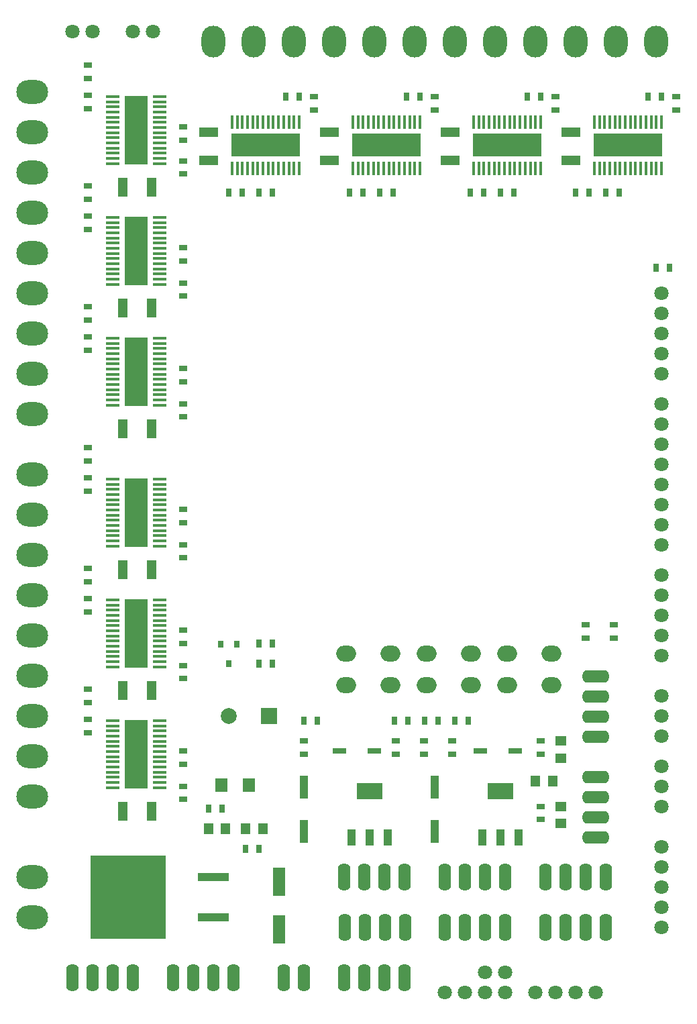
<source format=gbr>
%TF.GenerationSoftware,Altium Limited,Altium Designer,21.2.1 (34)*%
G04 Layer_Color=255*
%FSLAX25Y25*%
%MOIN*%
%TF.SameCoordinates,3D92BD4A-1653-4209-B07E-4AD3ED082CDC*%
%TF.FilePolarity,Positive*%
%TF.FileFunction,Pads,Top*%
%TF.Part,Single*%
G01*
G75*
%TA.AperFunction,SMDPad,CuDef*%
%ADD10R,0.11811X0.34252*%
%ADD11R,0.06693X0.01575*%
%ADD12R,0.34252X0.11811*%
%ADD13R,0.01575X0.06693*%
%ADD14R,0.03150X0.03937*%
%ADD15R,0.37402X0.41732*%
%ADD16R,0.15551X0.03937*%
%ADD17R,0.03150X0.03740*%
%ADD18R,0.03937X0.08465*%
%ADD19R,0.12992X0.08465*%
%ADD20R,0.03937X0.03150*%
%ADD21R,0.04500X0.05400*%
%ADD22R,0.06000X0.07000*%
%ADD23R,0.09449X0.04724*%
%ADD24R,0.04724X0.09449*%
%ADD25R,0.05400X0.04500*%
%ADD26R,0.05906X0.14173*%
%ADD27R,0.07087X0.03150*%
%ADD28R,0.03937X0.11811*%
%TA.AperFunction,ComponentPad*%
%ADD37O,0.06299X0.13780*%
%ADD38C,0.07087*%
%ADD39O,0.11811X0.15748*%
%ADD40O,0.09843X0.07874*%
%ADD41O,0.13780X0.06299*%
%ADD42O,0.15748X0.11811*%
%ADD43C,0.07874*%
%ADD44R,0.07874X0.07874*%
D10*
X81614Y130866D02*
D03*
Y190866D02*
D03*
Y250866D02*
D03*
Y320866D02*
D03*
Y380866D02*
D03*
Y440866D02*
D03*
D11*
X93228Y114232D02*
D03*
Y116791D02*
D03*
Y119350D02*
D03*
Y121909D02*
D03*
Y124469D02*
D03*
Y127028D02*
D03*
Y129587D02*
D03*
Y132146D02*
D03*
Y134705D02*
D03*
Y137264D02*
D03*
Y139823D02*
D03*
Y142382D02*
D03*
Y144941D02*
D03*
Y147500D02*
D03*
X70000Y114232D02*
D03*
Y116791D02*
D03*
Y119350D02*
D03*
Y121909D02*
D03*
Y124469D02*
D03*
Y127028D02*
D03*
Y129587D02*
D03*
Y132146D02*
D03*
Y134705D02*
D03*
Y137264D02*
D03*
Y139823D02*
D03*
Y142382D02*
D03*
Y144941D02*
D03*
Y147500D02*
D03*
Y207500D02*
D03*
Y204941D02*
D03*
Y202382D02*
D03*
Y199823D02*
D03*
Y197264D02*
D03*
Y194705D02*
D03*
Y192146D02*
D03*
Y189587D02*
D03*
Y187028D02*
D03*
Y184468D02*
D03*
Y181909D02*
D03*
Y179350D02*
D03*
Y176791D02*
D03*
Y174232D02*
D03*
X93228Y207500D02*
D03*
Y204941D02*
D03*
Y202382D02*
D03*
Y199823D02*
D03*
Y197264D02*
D03*
Y194705D02*
D03*
Y192146D02*
D03*
Y189587D02*
D03*
Y187028D02*
D03*
Y184468D02*
D03*
Y181909D02*
D03*
Y179350D02*
D03*
Y176791D02*
D03*
Y174232D02*
D03*
Y234232D02*
D03*
Y236791D02*
D03*
Y239350D02*
D03*
Y241910D02*
D03*
Y244468D02*
D03*
Y247028D02*
D03*
Y249587D02*
D03*
Y252146D02*
D03*
Y254705D02*
D03*
Y257264D02*
D03*
Y259823D02*
D03*
Y262382D02*
D03*
Y264941D02*
D03*
Y267500D02*
D03*
X70000Y234232D02*
D03*
Y236791D02*
D03*
Y239350D02*
D03*
Y241910D02*
D03*
Y244468D02*
D03*
Y247028D02*
D03*
Y249587D02*
D03*
Y252146D02*
D03*
Y254705D02*
D03*
Y257264D02*
D03*
Y259823D02*
D03*
Y262382D02*
D03*
Y264941D02*
D03*
Y267500D02*
D03*
Y337500D02*
D03*
Y334941D02*
D03*
Y332382D02*
D03*
Y329823D02*
D03*
Y327264D02*
D03*
Y324705D02*
D03*
Y322146D02*
D03*
Y319587D02*
D03*
Y317028D02*
D03*
Y314469D02*
D03*
Y311910D02*
D03*
Y309350D02*
D03*
Y306791D02*
D03*
Y304232D02*
D03*
X93228Y337500D02*
D03*
Y334941D02*
D03*
Y332382D02*
D03*
Y329823D02*
D03*
Y327264D02*
D03*
Y324705D02*
D03*
Y322146D02*
D03*
Y319587D02*
D03*
Y317028D02*
D03*
Y314469D02*
D03*
Y311910D02*
D03*
Y309350D02*
D03*
Y306791D02*
D03*
Y304232D02*
D03*
Y364232D02*
D03*
Y366791D02*
D03*
Y369350D02*
D03*
Y371909D02*
D03*
Y374468D02*
D03*
Y377028D02*
D03*
Y379587D02*
D03*
Y382146D02*
D03*
Y384705D02*
D03*
Y387264D02*
D03*
Y389823D02*
D03*
Y392382D02*
D03*
Y394941D02*
D03*
Y397500D02*
D03*
X70000Y364232D02*
D03*
Y366791D02*
D03*
Y369350D02*
D03*
Y371909D02*
D03*
Y374468D02*
D03*
Y377028D02*
D03*
Y379587D02*
D03*
Y382146D02*
D03*
Y384705D02*
D03*
Y387264D02*
D03*
Y389823D02*
D03*
Y392382D02*
D03*
Y394941D02*
D03*
Y397500D02*
D03*
Y457500D02*
D03*
Y454941D02*
D03*
Y452382D02*
D03*
Y449823D02*
D03*
Y447264D02*
D03*
Y444705D02*
D03*
Y442146D02*
D03*
Y439587D02*
D03*
Y437028D02*
D03*
Y434469D02*
D03*
Y431910D02*
D03*
Y429350D02*
D03*
Y426791D02*
D03*
Y424232D02*
D03*
X93228Y457500D02*
D03*
Y454941D02*
D03*
Y452382D02*
D03*
Y449823D02*
D03*
Y447264D02*
D03*
Y444705D02*
D03*
Y442146D02*
D03*
Y439587D02*
D03*
Y437028D02*
D03*
Y434469D02*
D03*
Y431910D02*
D03*
Y429350D02*
D03*
Y426791D02*
D03*
Y424232D02*
D03*
D12*
X145866Y433386D02*
D03*
X205866D02*
D03*
X265866D02*
D03*
X325866D02*
D03*
D13*
X129232Y421772D02*
D03*
X131791D02*
D03*
X134350D02*
D03*
X136909D02*
D03*
X139469D02*
D03*
X142028D02*
D03*
X144587D02*
D03*
X147146D02*
D03*
X149705D02*
D03*
X152264D02*
D03*
X154823D02*
D03*
X157382D02*
D03*
X159941D02*
D03*
X162500D02*
D03*
X129232Y445000D02*
D03*
X131791D02*
D03*
X134350D02*
D03*
X136909D02*
D03*
X139469D02*
D03*
X142028D02*
D03*
X144587D02*
D03*
X147146D02*
D03*
X149705D02*
D03*
X152264D02*
D03*
X154823D02*
D03*
X157382D02*
D03*
X159941D02*
D03*
X162500D02*
D03*
X222500D02*
D03*
X219941D02*
D03*
X217382D02*
D03*
X214823D02*
D03*
X212264D02*
D03*
X209705D02*
D03*
X207146D02*
D03*
X204587D02*
D03*
X202028D02*
D03*
X199469D02*
D03*
X196909D02*
D03*
X194350D02*
D03*
X191791D02*
D03*
X189232D02*
D03*
X222500Y421772D02*
D03*
X219941D02*
D03*
X217382D02*
D03*
X214823D02*
D03*
X212264D02*
D03*
X209705D02*
D03*
X207146D02*
D03*
X204587D02*
D03*
X202028D02*
D03*
X199469D02*
D03*
X196909D02*
D03*
X194350D02*
D03*
X191791D02*
D03*
X189232D02*
D03*
X249232D02*
D03*
X251791D02*
D03*
X254350D02*
D03*
X256909D02*
D03*
X259469D02*
D03*
X262028D02*
D03*
X264587D02*
D03*
X267146D02*
D03*
X269705D02*
D03*
X272264D02*
D03*
X274823D02*
D03*
X277382D02*
D03*
X279941D02*
D03*
X282500D02*
D03*
X249232Y445000D02*
D03*
X251791D02*
D03*
X254350D02*
D03*
X256909D02*
D03*
X259469D02*
D03*
X262028D02*
D03*
X264587D02*
D03*
X267146D02*
D03*
X269705D02*
D03*
X272264D02*
D03*
X274823D02*
D03*
X277382D02*
D03*
X279941D02*
D03*
X282500D02*
D03*
X342500D02*
D03*
X339941D02*
D03*
X337382D02*
D03*
X334823D02*
D03*
X332264D02*
D03*
X329705D02*
D03*
X327146D02*
D03*
X324587D02*
D03*
X322028D02*
D03*
X319468D02*
D03*
X316910D02*
D03*
X314350D02*
D03*
X311791D02*
D03*
X309232D02*
D03*
X342500Y421772D02*
D03*
X339941D02*
D03*
X337382D02*
D03*
X334823D02*
D03*
X332264D02*
D03*
X329705D02*
D03*
X327146D02*
D03*
X324587D02*
D03*
X322028D02*
D03*
X319468D02*
D03*
X316910D02*
D03*
X314350D02*
D03*
X311791D02*
D03*
X309232D02*
D03*
D14*
X262500Y410000D02*
D03*
X269094D02*
D03*
X315000D02*
D03*
X321594D02*
D03*
X306594D02*
D03*
X300000D02*
D03*
X247510Y410001D02*
D03*
X254105D02*
D03*
X187510D02*
D03*
X194105D02*
D03*
X127510D02*
D03*
X134105D02*
D03*
X240010Y147501D02*
D03*
X246605D02*
D03*
X225010D02*
D03*
X231605D02*
D03*
X210010D02*
D03*
X216605D02*
D03*
X149094Y186000D02*
D03*
X142500D02*
D03*
X165010Y147501D02*
D03*
X171605D02*
D03*
X142500Y176000D02*
D03*
X149094D02*
D03*
X340000Y372500D02*
D03*
X346594D02*
D03*
X209094Y410000D02*
D03*
X202500D02*
D03*
X149094D02*
D03*
X142500D02*
D03*
X342500Y457500D02*
D03*
X335906D02*
D03*
X282500D02*
D03*
X275906D02*
D03*
X222500D02*
D03*
X215906D02*
D03*
X162500D02*
D03*
X155906D02*
D03*
X142594Y84000D02*
D03*
X136000D02*
D03*
X124094Y104000D02*
D03*
X117500D02*
D03*
D15*
X77500Y60000D02*
D03*
D16*
X120000Y70000D02*
D03*
Y50000D02*
D03*
D17*
X131437Y185449D02*
D03*
X123563D02*
D03*
X127500Y176000D02*
D03*
D18*
X253445Y89469D02*
D03*
X262500D02*
D03*
X271555D02*
D03*
X188445D02*
D03*
X197500D02*
D03*
X206555D02*
D03*
D19*
X262500Y112500D02*
D03*
X197500D02*
D03*
D20*
X105000Y419063D02*
D03*
Y425657D02*
D03*
Y358406D02*
D03*
Y365000D02*
D03*
Y298406D02*
D03*
Y305000D02*
D03*
Y228406D02*
D03*
Y235000D02*
D03*
Y168406D02*
D03*
Y175000D02*
D03*
Y108406D02*
D03*
Y115000D02*
D03*
X319000Y188500D02*
D03*
Y195094D02*
D03*
X304961Y195039D02*
D03*
Y188444D02*
D03*
X238500Y130906D02*
D03*
Y137500D02*
D03*
X224500D02*
D03*
Y130906D02*
D03*
X210500D02*
D03*
Y137500D02*
D03*
X165000D02*
D03*
Y130906D02*
D03*
X350000Y457500D02*
D03*
Y450906D02*
D03*
X290000Y457500D02*
D03*
Y450906D02*
D03*
X230000Y457500D02*
D03*
Y450906D02*
D03*
X170000Y457500D02*
D03*
Y450906D02*
D03*
X104977Y442501D02*
D03*
Y435906D02*
D03*
Y382501D02*
D03*
Y375906D02*
D03*
Y322501D02*
D03*
Y315906D02*
D03*
X57500Y473157D02*
D03*
Y466563D02*
D03*
Y458157D02*
D03*
Y451563D02*
D03*
Y406563D02*
D03*
Y413157D02*
D03*
Y398157D02*
D03*
Y391563D02*
D03*
Y346563D02*
D03*
Y353157D02*
D03*
Y338157D02*
D03*
Y331563D02*
D03*
X104977Y252501D02*
D03*
Y245906D02*
D03*
X105000Y192500D02*
D03*
Y185906D02*
D03*
Y132500D02*
D03*
Y125906D02*
D03*
X57500Y283157D02*
D03*
Y276563D02*
D03*
Y268157D02*
D03*
Y261563D02*
D03*
Y216563D02*
D03*
Y223157D02*
D03*
Y208157D02*
D03*
Y201563D02*
D03*
Y156563D02*
D03*
Y163157D02*
D03*
Y141563D02*
D03*
Y148157D02*
D03*
X282500Y137500D02*
D03*
Y130906D02*
D03*
Y98406D02*
D03*
Y105000D02*
D03*
D21*
X280000Y117500D02*
D03*
X288500D02*
D03*
X144500Y94000D02*
D03*
X136000D02*
D03*
X126000D02*
D03*
X117500D02*
D03*
D22*
X124000Y115500D02*
D03*
X137500D02*
D03*
D23*
X297500Y440000D02*
D03*
Y425827D02*
D03*
X237500Y440000D02*
D03*
Y425827D02*
D03*
X177500Y440000D02*
D03*
Y425827D02*
D03*
X117500Y440000D02*
D03*
Y425827D02*
D03*
D24*
X75000Y412500D02*
D03*
X89173D02*
D03*
X75000Y352500D02*
D03*
X89173D02*
D03*
X75000Y292500D02*
D03*
X89173D02*
D03*
X75000Y102500D02*
D03*
X89173D02*
D03*
X75000Y162500D02*
D03*
X89173D02*
D03*
X75000Y222500D02*
D03*
X89173D02*
D03*
D25*
X292500Y137500D02*
D03*
Y129000D02*
D03*
Y96500D02*
D03*
Y105000D02*
D03*
D26*
X152500Y43878D02*
D03*
Y67500D02*
D03*
D27*
X270000Y132500D02*
D03*
X252677D02*
D03*
X182677D02*
D03*
X200000D02*
D03*
D28*
X230000Y114500D02*
D03*
Y92500D02*
D03*
X165000Y114500D02*
D03*
Y92500D02*
D03*
D37*
X245000Y45000D02*
D03*
X255000D02*
D03*
X265000D02*
D03*
X235000D02*
D03*
X60000Y20000D02*
D03*
X70000D02*
D03*
X80000D02*
D03*
X50000D02*
D03*
X100000Y20000D02*
D03*
X130000D02*
D03*
X120000D02*
D03*
X110000D02*
D03*
X235000Y70000D02*
D03*
X265000D02*
D03*
X255000D02*
D03*
X245000D02*
D03*
X285000D02*
D03*
X315000D02*
D03*
X305000D02*
D03*
X295000D02*
D03*
Y45000D02*
D03*
X305000D02*
D03*
X315000D02*
D03*
X285000D02*
D03*
X185157D02*
D03*
X215157D02*
D03*
X205157D02*
D03*
X195157D02*
D03*
X155000Y20000D02*
D03*
X165000Y20000D02*
D03*
X195000Y20000D02*
D03*
X205000D02*
D03*
X215000D02*
D03*
X185000D02*
D03*
Y70000D02*
D03*
X215000D02*
D03*
X205000D02*
D03*
X195000D02*
D03*
D38*
X255000Y22500D02*
D03*
X265000D02*
D03*
X342500Y245000D02*
D03*
Y265000D02*
D03*
Y275000D02*
D03*
Y285000D02*
D03*
Y295000D02*
D03*
Y305000D02*
D03*
Y255000D02*
D03*
Y235000D02*
D03*
Y140000D02*
D03*
Y150000D02*
D03*
Y160000D02*
D03*
Y105000D02*
D03*
Y115000D02*
D03*
Y125000D02*
D03*
Y320000D02*
D03*
Y360000D02*
D03*
Y350000D02*
D03*
Y340000D02*
D03*
Y330000D02*
D03*
X310000Y12500D02*
D03*
X300000D02*
D03*
X290000D02*
D03*
X280000D02*
D03*
X80000Y490000D02*
D03*
X90000D02*
D03*
X50000D02*
D03*
X60000D02*
D03*
X342500Y190000D02*
D03*
Y200000D02*
D03*
Y210000D02*
D03*
Y220000D02*
D03*
Y180000D02*
D03*
X235000Y12500D02*
D03*
X245000D02*
D03*
X255000D02*
D03*
X265000D02*
D03*
X342500Y45000D02*
D03*
Y85000D02*
D03*
Y75000D02*
D03*
Y65000D02*
D03*
Y55000D02*
D03*
D39*
X120000Y485000D02*
D03*
X140000D02*
D03*
X160000D02*
D03*
X300000D02*
D03*
X320000D02*
D03*
X340000D02*
D03*
X240000D02*
D03*
X260000D02*
D03*
X280000D02*
D03*
X180000D02*
D03*
X200000D02*
D03*
X220000D02*
D03*
D40*
X185787Y181000D02*
D03*
Y165252D02*
D03*
X207835D02*
D03*
Y181000D02*
D03*
X247835D02*
D03*
Y165252D02*
D03*
X225787D02*
D03*
Y181000D02*
D03*
X265787D02*
D03*
Y165252D02*
D03*
X287835D02*
D03*
Y181000D02*
D03*
D41*
X310000Y139527D02*
D03*
Y169527D02*
D03*
Y159527D02*
D03*
Y149527D02*
D03*
Y99527D02*
D03*
Y109527D02*
D03*
Y119527D02*
D03*
Y89527D02*
D03*
D42*
X30000Y70000D02*
D03*
Y50000D02*
D03*
Y460000D02*
D03*
Y440000D02*
D03*
Y420000D02*
D03*
Y400000D02*
D03*
Y380000D02*
D03*
Y360000D02*
D03*
Y340000D02*
D03*
Y320000D02*
D03*
Y300000D02*
D03*
Y230000D02*
D03*
Y250000D02*
D03*
Y270000D02*
D03*
Y210000D02*
D03*
Y190000D02*
D03*
Y170000D02*
D03*
Y150000D02*
D03*
Y130000D02*
D03*
Y110000D02*
D03*
D43*
X127500Y150000D02*
D03*
D44*
X147500D02*
D03*
%TF.MD5,f9ac730862d19be2fafb169664c4330d*%
M02*

</source>
